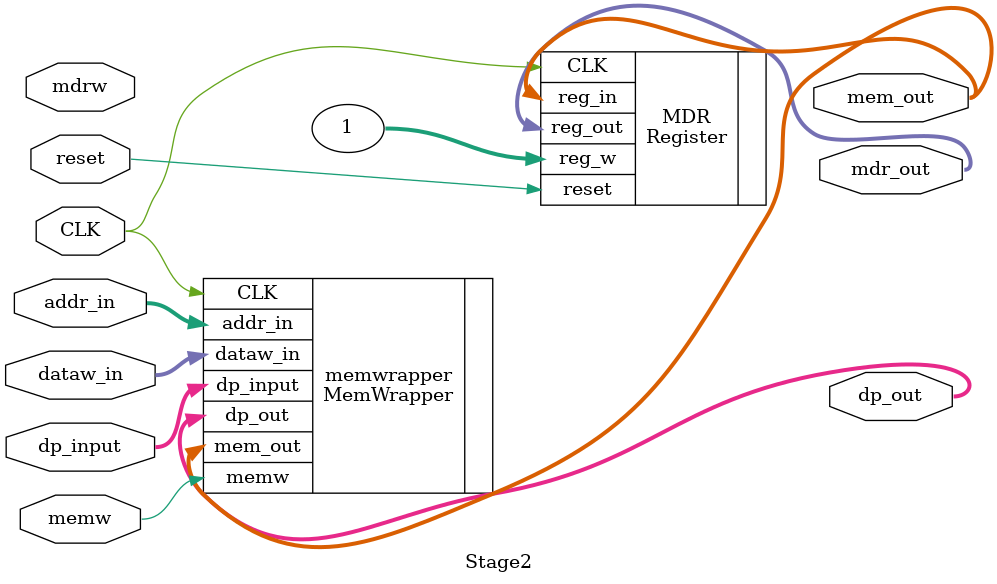
<source format=v>
module Stage2(
    input [0:0] CLK,
    input [0:0] reset,
    input [15:0] dataw_in, 
    input [0:0] mdrw,
    input [0:0] memw,
    input [15:0] addr_in,
    output  [15:0] mem_out,
    output wire [15:0] mdr_out, 


    //for the datapath io/ mem wrapper
    input [15:0] dp_input, //data path input
    output [15:0] dp_out
);

//Instantiate MemWrapper
MemWrapper memwrapper(
    .CLK(CLK),
    .memw(memw),
    .dataw_in(dataw_in),
    .addr_in(addr_in),
    .mem_out(mem_out),
    .dp_input(dp_input), 
    .dp_out(dp_out)  
    //figure out whether or not a reset will occur 
);

//Instantiate MDR Register
Register MDR(
    .CLK(CLK),
    .reset(reset),
    .reg_in(mem_out),
    .reg_w(1),
    .reg_out(mdr_out)
);
endmodule
</source>
